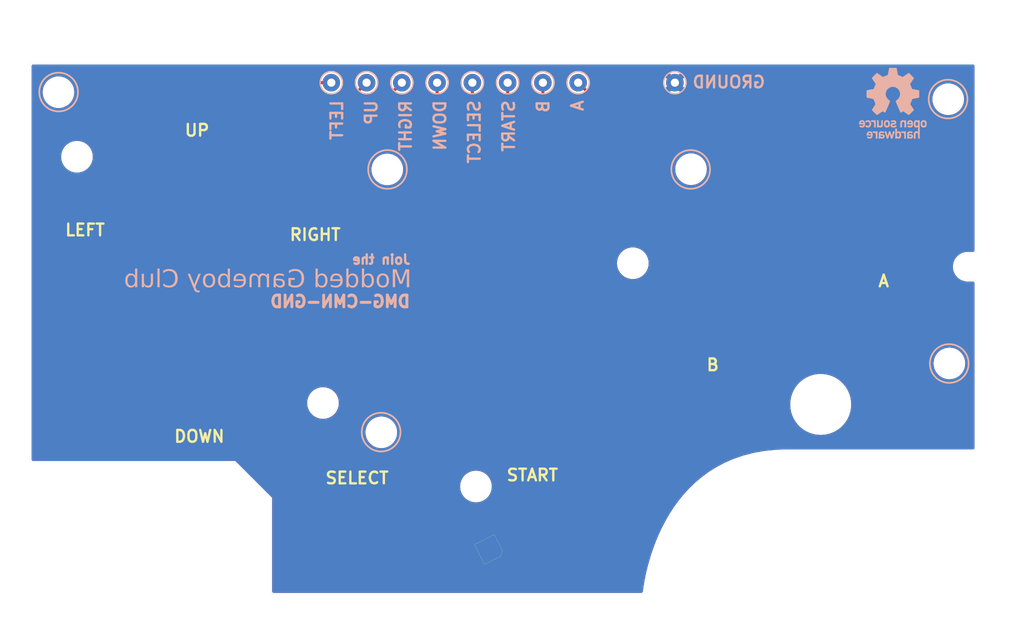
<source format=kicad_pcb>
(kicad_pcb (version 20240108) (generator "pcbnew") (generator_version "8.0")
  (layers (0 "F.Cu" signal) (31 "B.Cu" signal) (34 "B.Paste" user) (35 "F.Paste" user) (36 "B.SilkS" user "B.Silkscreen") (37 "F.SilkS" user "F.Silkscreen") (38 "B.Mask" user) (39 "F.Mask" user) (44 "Edge.Cuts" user))
  (net 0 "")
  (net 1 "/SELECT")
  (net 2 "GND")
  (net 3 "/START")
  (net 4 "/UP")
  (net 5 "/A")
  (net 6 "/LEFT")
  (net 7 "/RIGHT")
  (net 8 "/B")
  (net 9 "/DOWN")
  (footprint "DMG_directional:AB_DMG" (layer "F.Cu") (at 193.45 85.35)
    (property "Reference" "SW2" (hide yes))
    (property "Value" "A")
  )
  (footprint "DMG_directional:Dpad_DMG" (layer "F.Cu") (at 139.123231 91.768893 90)
    (property "Reference" "SW4" (hide yes))
    (property "Value" "RIGHT")
  )
  (footprint "DMG_directional:Dpad_DMG" (layer "F.Cu") (at 134.8 96.3)
    (property "Reference" "SW6" (hide yes))
    (property "Value" "DOWN")
  )
  (footprint "DMG_directional:Select_DMG" (layer "F.Cu") (at 148.85 108.25)
    (property "Reference" "SW7" (hide yes))
    (property "Value" "SELECT")
  )
  (footprint "DMG_directional:AB_DMG" (layer "F.Cu") (at 178.9 92.05)
    (property "Reference" "SW5" (hide yes))
    (property "Value" "B")
  )
  (footprint "DMG_directional:Dpad_DMG" (layer "F.Cu") (at 130.668893 91.826769 -90)
    (property "Reference" "SW3" (hide yes))
    (property "Value" "LEFT")
  )
  (footprint "DMG_directional:Dpad_DMG" (layer "F.Cu") (at 134.742124 87.945662 180)
    (property "Reference" "SW1" (hide yes))
    (property "Value" "UP")
  )
  (footprint "DMG_directional:Start_DMG" (layer "F.Cu") (at 163.929328 109.893111)
    (property "Reference" "SW8" (hide yes))
    (property "Value" "START")
  )
  (footprint "TestPoint:TestPoint_THTPad_D1.5mm_Drill0.7mm" (layer "B.Cu") (at 161.240009 75.05 180)
    (property "Reference" "TP9" (hide yes))
    (property "Value" "START")
  )
  (footprint "TestPoint:TestPoint_THTPad_D1.5mm_Drill0.7mm" (layer "B.Cu") (at 155.225725 75.05 180)
    (property "Reference" "TP7" (hide yes))
    (property "Value" "DOWN")
  )
  (footprint "TestPoint:TestPoint_THTPad_D1.5mm_Drill0.7mm" (layer "B.Cu") (at 152.218583 75.05 180)
    (property "Reference" "TP5" (hide yes))
    (property "Value" "RIGHT")
  )
  (footprint "TestPoint:TestPoint_THTPad_D1.5mm_Drill0.7mm" (layer "B.Cu") (at 146.204299 75.05 180)
    (property "Reference" "TP4" (hide yes))
    (property "Value" "LEFT")
  )
  (footprint "TestPoint:TestPoint_THTPad_D1.5mm_Drill0.7mm" (layer "B.Cu") (at 158.232867 75.05 180)
    (property "Reference" "TP8" (hide yes))
    (property "Value" "SELECT")
  )
  (footprint "TestPoint:TestPoint_THTPad_D1.5mm_Drill0.7mm" (layer "B.Cu") (at 164.247151 75.05 180)
    (property "Reference" "TP6" (hide yes))
    (property "Value" "B")
  )
  (footprint "Symbol:OSHW-Logo_5.7x6mm_SilkScreen" (layer "B.Cu") (at 194.1 76.8 180)
    (property "Reference" "REF**" (hide yes))
    (property "Value" "OSHW-Logo_5.7x6mm_SilkScreen" (hide yes))
  )
  (footprint "TestPoint:TestPoint_THTPad_D1.5mm_Drill0.7mm" (layer "B.Cu") (at 175.504299 75.05 180)
    (property "Reference" "TP2" (hide yes))
    (property "Value" "GND")
  )
  (footprint "TestPoint:TestPoint_THTPad_D1.5mm_Drill0.7mm" (layer "B.Cu") (at 167.254299 75.05 180)
    (property "Reference" "TP3" (hide yes))
    (property "Value" "A")
  )
  (footprint "TestPoint:TestPoint_THTPad_D1.5mm_Drill0.7mm" (layer "B.Cu") (at 149.211441 75.05 180)
    (property "Reference" "TP1" (hide yes))
    (property "Value" "UP")
  )
  (gr_circle (center 198.9 99) (end 198.9 97.35) (stroke (width 0.15)) (fill none) (layer "B.SilkS"))
  (gr_circle (center 122.95 75.85) (end 122.95 74.2) (stroke (width 0.15)) (fill none) (layer "B.SilkS"))
  (gr_circle (center 151 82.45) (end 151 80.8) (stroke (width 0.15)) (fill none) (layer "B.SilkS"))
  (gr_circle (center 176.85 82.45) (end 176.85 80.8) (stroke (width 0.15)) (fill none) (layer "B.SilkS"))
  (gr_circle (center 150.45 104.85) (end 150.45 103.2) (stroke (width 0.15)) (fill none) (layer "B.SilkS"))
  (gr_circle (center 198.8 76.45) (end 198.8 74.8) (stroke (width 0.15)) (fill none) (layer "B.SilkS"))
  (gr_circle (center 198.913853 98.992118) (end 200.163853 98.992118) (stroke (width 0.01)) (fill none) (layer "Edge.Cuts"))
  (gr_circle (center 176.880971 82.429538) (end 178.130971 82.429538) (stroke (width 0.01)) (fill none) (layer "Edge.Cuts"))
  (gr_circle (center 150.975398 82.449761) (end 152.225398 82.449761) (stroke (width 0.01)) (fill none) (layer "Edge.Cuts"))
  (gr_line (start 120.55 107.414968) (end 120.55 73.4) (stroke (width 0.01)) (layer "Edge.Cuts"))
  (gr_curve (pts (xy 200.47776 89.578344) (xy 199.833691 89.578344) (xy 199.311571 90.100464) (xy 199.311571 90.744533)) (stroke (width 0.01)) (layer "Edge.Cuts"))
  (gr_line (start 201.158598 91.910722) (end 201.158598 106.417304) (stroke (width 0.01)) (layer "Edge.Cuts"))
  (gr_curve (pts (xy 199.311571 90.744533) (xy 199.311571 91.388601) (xy 199.833691 91.910722) (xy 200.47776 91.910722)) (stroke (width 0.01)) (layer "Edge.Cuts"))
  (gr_circle (center 198.812738 76.460403) (end 200.062738 76.460403) (stroke (width 0.01)) (fill none) (layer "Edge.Cuts"))
  (gr_circle (center 122.936305 75.865512) (end 124.186305 75.865512) (stroke (width 0.01)) (fill none) (layer "Edge.Cuts"))
  (gr_circle (center 171.916242 90.44793) (end 173.166242 90.44793) (stroke (width 0.01)) (fill none) (layer "Edge.Cuts"))
  (gr_circle (center 124.513694 81.367834) (end 125.763694 81.367834) (stroke (width 0.01)) (fill none) (layer "Edge.Cuts"))
  (gr_line (start 137.982165 107.414968) (end 120.55 107.414968) (stroke (width 0.01)) (layer "Edge.Cuts"))
  (gr_circle (center 187.938196 102.489112) (end 190.4373 102.489112) (stroke (width 0.01)) (fill none) (layer "Edge.Cuts"))
  (gr_line (start 172.846496 118.658917) (end 141.05971 118.658917) (stroke (width 0.01)) (layer "Edge.Cuts"))
  (gr_circle (center 158.538773 109.487818) (end 159.788773 109.487818) (stroke (width 0.01)) (fill none) (layer "Edge.Cuts"))
  (gr_line (start 201.158598 106.417304) (end 185.142038 106.417304) (stroke (width 0.01)) (layer "Edge.Cuts"))
  (gr_line (start 120.55 73.4) (end 201.158598 73.4) (stroke (width 0.01)) (layer "Edge.Cuts"))
  (gr_line (start 200.47776 91.910722) (end 201.158598 91.910722) (stroke (width 0.01)) (layer "Edge.Cuts"))
  (gr_line (start 201.158598 73.4) (end 201.158598 89.578344) (stroke (width 0.01)) (layer "Edge.Cuts"))
  (gr_circle (center 150.469824 104.869347) (end 151.719824 104.869347) (stroke (width 0.01)) (fill none) (layer "Edge.Cuts"))
  (gr_line (start 141.05971 118.658917) (end 141.05971 110.492513) (stroke (width 0.01)) (layer "Edge.Cuts"))
  (gr_circle (center 145.494984 102.369347) (end 146.744984 102.369347) (stroke (width 0.01)) (fill none) (layer "Edge.Cuts"))
  (gr_line (start 201.158598 89.578344) (end 200.47776 89.578344) (stroke (width 0.01)) (layer "Edge.Cuts"))
  (gr_line (start 141.05971 110.492513) (end 137.982165 107.414968) (stroke (width 0.01)) (layer "Edge.Cuts"))
  (gr_curve (pts (xy 185.142038 106.417304) (xy 173.817197 106.417304) (xy 172.846496 118.658917) (xy 172.846496 118.658917)) (stroke (width 0.01)) (layer "Edge.Cuts"))
  (gr_text "GROUND" (at 183.307429 75.585427 0) (layer "B.SilkS") (effects (font (size 1 1) (thickness 0.2) (bold yes)) (justify left bottom mirror)))
  (gr_text "SELECT" (at 158.986834 76.45 90) (layer "B.SilkS") (effects (font (size 1 1) (thickness 0.2) (bold yes)) (justify left bottom mirror)))
  (gr_text "START" (at 161.918417 76.45 90) (layer "B.SilkS") (effects (font (size 1 1) (thickness 0.2) (bold yes)) (justify left bottom mirror)))
  (gr_text "Join the" (at 153.05 90.6 0) (layer "B.SilkS") (effects (font (size 0.8 0.8) (thickness 0.2) (bold yes)) (justify left bottom mirror)))
  (gr_text "A" (at 167.781583 76.45 90) (layer "B.SilkS") (effects (font (size 1 1) (thickness 0.2) (bold yes)) (justify left bottom mirror)))
  (gr_text "UP" (at 150.192085 76.45 90) (layer "B.SilkS") (effects (font (size 1 1) (thickness 0.2) (bold yes)) (justify left bottom mirror)))
  (gr_text "DMG-CMN-GND" (at 153.05 94.3 0) (layer "B.SilkS") (effects (font (size 1 1) (thickness 0.25) (bold yes)) (justify left bottom mirror)))
  (gr_text "LEFT" (at 147.260502 76.45 90) (layer "B.SilkS") (effects (font (size 1 1) (thickness 0.2) (bold yes)) (justify left bottom mirror)))
  (gr_text "Modded Gameboy Club" (at 153.05 92.75 0) (layer "B.SilkS") (effects (font (size 1.5 1.5)) (justify left bottom mirror)))
  (gr_text "RIGHT" (at 153.123668 76.45 90) (layer "B.SilkS") (effects (font (size 1 1) (thickness 0.2) (bold yes)) (justify left bottom mirror)))
  (gr_text "B" (at 164.85 76.45 90) (layer "B.SilkS") (effects (font (size 1 1) (thickness 0.2) (bold yes)) (justify left bottom mirror)))
  (gr_text "DOWN" (at 156.055251 76.45 90) (layer "B.SilkS") (effects (font (size 1 1) (thickness 0.2) (bold yes)) (justify left bottom mirror)))
  (gr_text "DOWN" (at 132.7 105.8 0) (layer "F.SilkS") (effects (font (size 1 1) (thickness 0.2) (bold yes)) (justify left bottom)))
  (gr_text "UP" (at 133.6 79.7 0) (layer "F.SilkS") (effects (font (size 1 1) (thickness 0.2) (bold yes)) (justify left bottom)))
  (gr_text "A" (at 192.75 92.55 0) (layer "F.SilkS") (effects (font (size 1 1) (thickness 0.2) (bold yes)) (justify left bottom)))
  (gr_text "LEFT" (at 123.4 88.2 0) (layer "F.SilkS") (effects (font (size 1 1) (thickness 0.2) (bold yes)) (justify left bottom)))
  (gr_text "RIGHT" (at 142.55 88.6 0) (layer "F.SilkS") (effects (font (size 1 1) (thickness 0.2) (bold yes)) (justify left bottom)))
  (gr_text "B" (at 178.1 99.7 0) (layer "F.SilkS") (effects (font (size 1 1) (thickness 0.2) (bold yes)) (justify left bottom)))
  (gr_text "SELECT" (at 145.6 109.35 0) (layer "F.SilkS") (effects (font (size 1 1) (thickness 0.2) (bold yes)) (justify left bottom)))
  (gr_text "START" (at 161.05 109.1 0) (layer "F.SilkS") (effects (font (size 1 1) (thickness 0.2) (bold yes)) (justify left bottom)))
  (segment (start 154.85 108.1) (end 154.85 90.1) (width 0.25) (layer "F.Cu") (net 1))
  (segment (start 148.55 116.65) (end 151.25 116.65) (width 0.25) (layer "F.Cu") (net 1))
  (segment (start 154.85 90.1) (end 158.232867 86.717133) (width 0.25) (layer "F.Cu") (net 1))
  (segment (start 158.232867 86.717133) (end 158.232867 75.05) (width 0.25) (layer "F.Cu") (net 1))
  (segment (start 151.25 116.65) (end 151.75 116.15) (width 0.25) (layer "F.Cu") (net 1))
  (segment (start 147.6 115.7) (end 148.55 116.65) (width 0.25) (layer "F.Cu") (net 1))
  (segment (start 151.85 111.1) (end 154.85 108.1) (width 0.25) (layer "F.Cu") (net 1))
  (segment (start 151.75 116.15) (end 151.75 114.85) (width 0.25) (layer "F.Cu") (net 1))
  (segment (start 151.75 114.85) (end 151.05 114.15) (width 0.25) (layer "F.Cu") (net 1))
  (segment (start 192.718549 87.745294) (end 192.718549 89.968549) (width 0.25) (layer "F.Cu") (net 2))
  (segment (start 178.168549 97.018549) (end 178.45 97.3) (width 0.25) (layer "F.Cu") (net 2))
  (segment (start 195.65 89.476946) (end 195.65 87.65) (width 0.25) (layer "F.Cu") (net 2))
  (segment (start 181.1 96.2) (end 181.1 94.35) (width 0.25) (layer "F.Cu") (net 2))
  (segment (start 192.718549 89.968549) (end 192.85 90.1) (width 0.25) (layer "F.Cu") (net 2))
  (segment (start 181.05 97.3) (end 181.4 96.95) (width 0.25) (layer "F.Cu") (net 2))
  (segment (start 195.026946 90.1) (end 195.65 89.476946) (width 0.25) (layer "F.Cu") (net 2))
  (segment (start 181.4 96.5) (end 181.1 96.2) (width 0.25) (layer "F.Cu") (net 2))
  (segment (start 192.85 90.1) (end 195.026946 90.1) (width 0.25) (layer "F.Cu") (net 2))
  (segment (start 178.45 97.3) (end 181.05 97.3) (width 0.25) (layer "F.Cu") (net 2))
  (segment (start 178.168549 94.445294) (end 178.168549 97.018549) (width 0.25) (layer "F.Cu") (net 2))
  (segment (start 181.4 96.95) (end 181.4 96.5) (width 0.25) (layer "F.Cu") (net 2))
  (segment (start 166.35 115.75) (end 166.35 114.384357) (width 0.25) (layer "F.Cu") (net 3))
  (segment (start 166.910031 94.210031) (end 161.240009 88.540009) (width 0.25) (layer "F.Cu") (net 3))
  (segment (start 166.910031 110.994388) (end 166.910031 94.210031) (width 0.25) (layer "F.Cu") (net 3))
  (segment (start 161.240009 88.540009) (end 161.240009 75.05) (width 0.25) (layer "F.Cu") (net 3))
  (segment (start 164.35 117.75) (end 166.35 115.75) (width 0.25) (layer "F.Cu") (net 3))
  (segment (start 166.35 114.384357) (end 166.210031 114.244388) (width 0.25) (layer "F.Cu") (net 3))
  (segment (start 161.365643 117.75) (end 164.35 117.75) (width 0.25) (layer "F.Cu") (net 3))
  (segment (start 160.760031 117.144388) (end 161.365643 117.75) (width 0.25) (layer "F.Cu") (net 3))
  (segment (start 142.265779 81.995662) (end 149.211441 75.05) (width 0.25) (layer "F.Cu") (net 4))
  (segment (start 135.942124 81.995662) (end 142.265779 81.995662) (width 0.25) (layer "F.Cu") (net 4))
  (segment (start 194.05 84.85) (end 194.05 87.25) (width 0.25) (layer "F.Cu") (net 5))
  (segment (start 182.05 78.7) (end 170.904299 78.7) (width 0.25) (layer "F.Cu") (net 5))
  (segment (start 191 87.65) (end 182.05 78.7) (width 0.25) (layer "F.Cu") (net 5))
  (segment (start 170.904299 78.7) (end 167.254299 75.05) (width 0.25) (layer "F.Cu") (net 5))
  (segment (start 192 84.85) (end 194.05 84.85) (width 0.25) (layer "F.Cu") (net 5))
  (segment (start 191 85.85) (end 192 84.85) (width 0.25) (layer "F.Cu") (net 5))
  (segment (start 191 87.65) (end 191 85.85) (width 0.25) (layer "F.Cu") (net 5))
  (segment (start 124.718893 86.681107) (end 136.35 75.05) (width 0.25) (layer "F.Cu") (net 6))
  (segment (start 124.718893 90.626769) (end 124.718893 86.681107) (width 0.25) (layer "F.Cu") (net 6))
  (segment (start 136.35 75.05) (end 146.204299 75.05) (width 0.25) (layer "F.Cu") (net 6))
  (segment (start 144.973231 90.718893) (end 144.973231 82.295352) (width 0.25) (layer "F.Cu") (net 7))
  (segment (start 144.973231 82.295352) (end 152.218583 75.05) (width 0.25) (layer "F.Cu") (net 7))
  (segment (start 176.45 94.35) (end 176.45 89.9) (width 0.25) (layer "F.Cu") (net 8))
  (segment (start 177 91.2) (end 178.7 91.2) (width 0.25) (layer "F.Cu") (net 8))
  (segment (start 176.45 94.35) (end 176.45 91.75) (width 0.25) (layer "F.Cu") (net 8))
  (segment (start 176.45 89.9) (end 164.247151 77.697151) (width 0.25) (layer "F.Cu") (net 8))
  (segment (start 176.45 91.75) (end 177 91.2) (width 0.25) (layer "F.Cu") (net 8))
  (segment (start 164.247151 77.697151) (end 164.247151 75.05) (width 0.25) (layer "F.Cu") (net 8))
  (segment (start 178.7 91.2) (end 179.5 92) (width 0.25) (layer "F.Cu") (net 8))
  (segment (start 179.5 92) (end 179.5 93.95) (width 0.25) (layer "F.Cu") (net 8))
  (segment (start 140.3 100) (end 146.1 100) (width 0.25) (layer "F.Cu") (net 9))
  (segment (start 135.85 102.15) (end 138.15 102.15) (width 0.25) (layer "F.Cu") (net 9))
  (segment (start 155.225725 85.074275) (end 155.225725 75.05) (width 0.25) (layer "F.Cu") (net 9))
  (segment (start 152.725 87.575) (end 155.225725 85.074275) (width 0.25) (layer "F.Cu") (net 9))
  (segment (start 146.1 100) (end 152.725 93.375) (width 0.25) (layer "F.Cu") (net 9))
  (segment (start 138.15 102.15) (end 140.3 100) (width 0.25) (layer "F.Cu") (net 9))
  (segment (start 152.725 93.375) (end 152.725 87.575) (width 0.25) (layer "F.Cu") (net 9))
  (zone (net 2) (net_name "GND") (layers "F&B.Cu") (connect_pads (clearance 0.2)) (min_thickness 0.25) (fill yes (thermal_gap 0.2) (thermal_bridge_width 0.5))
    (polygon (pts (xy 117.95 70.85) (xy 117.95 116.1) (xy 123.75 121.9) (xy 187.55 121.9) (xy 205.3 104.15) (xy 205.3 68.55) (xy 204.75 68) (xy 120.8 68)))
  )
)
</source>
